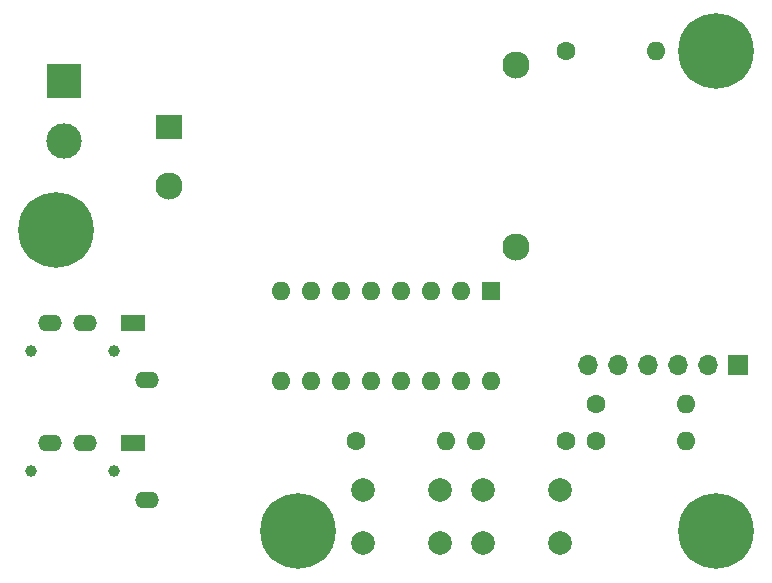
<source format=gbr>
%TF.GenerationSoftware,KiCad,Pcbnew,(6.0.10-0)*%
%TF.CreationDate,2023-01-20T21:59:02-08:00*%
%TF.ProjectId,mains-monitor,6d61696e-732d-46d6-9f6e-69746f722e6b,rev?*%
%TF.SameCoordinates,Original*%
%TF.FileFunction,Soldermask,Bot*%
%TF.FilePolarity,Negative*%
%FSLAX46Y46*%
G04 Gerber Fmt 4.6, Leading zero omitted, Abs format (unit mm)*
G04 Created by KiCad (PCBNEW (6.0.10-0)) date 2023-01-20 21:59:02*
%MOMM*%
%LPD*%
G01*
G04 APERTURE LIST*
%ADD10C,2.000000*%
%ADD11C,0.800000*%
%ADD12C,6.400000*%
%ADD13C,1.600000*%
%ADD14O,1.600000X1.600000*%
%ADD15R,1.700000X1.700000*%
%ADD16O,1.700000X1.700000*%
%ADD17C,1.000000*%
%ADD18O,2.000000X1.400000*%
%ADD19R,2.000000X1.400000*%
%ADD20R,3.000000X3.000000*%
%ADD21C,3.000000*%
%ADD22R,1.600000X1.600000*%
%ADD23R,2.300000X2.000000*%
%ADD24C,2.300000*%
G04 APERTURE END LIST*
D10*
%TO.C,SW1*%
X50090000Y-66330000D03*
X56590000Y-66330000D03*
X56590000Y-70830000D03*
X50090000Y-70830000D03*
%TD*%
D11*
%TO.C,H3*%
X78312944Y-71547056D03*
X80010000Y-72250000D03*
X80010000Y-67450000D03*
X81707056Y-68152944D03*
D12*
X80010000Y-69850000D03*
D11*
X77610000Y-69850000D03*
X78312944Y-68152944D03*
X81707056Y-71547056D03*
X82410000Y-69850000D03*
%TD*%
D13*
%TO.C,R11*%
X67310000Y-29210000D03*
D14*
X74930000Y-29210000D03*
%TD*%
D11*
%TO.C,H1*%
X22432944Y-42612944D03*
X25827056Y-42612944D03*
X21730000Y-44310000D03*
X26530000Y-44310000D03*
X25827056Y-46007056D03*
X22432944Y-46007056D03*
X24130000Y-41910000D03*
X24130000Y-46710000D03*
D12*
X24130000Y-44310000D03*
%TD*%
D15*
%TO.C,J5*%
X81890000Y-55805000D03*
D16*
X79350000Y-55805000D03*
X76810000Y-55805000D03*
X74270000Y-55805000D03*
X71730000Y-55805000D03*
X69190000Y-55805000D03*
%TD*%
D13*
%TO.C,R13*%
X69850000Y-59055000D03*
D14*
X77470000Y-59055000D03*
%TD*%
D17*
%TO.C,J3*%
X29000000Y-64770000D03*
X22000000Y-64770000D03*
D18*
X26600000Y-62370000D03*
X31800000Y-67170000D03*
X23600000Y-62370000D03*
D19*
X30600000Y-62370000D03*
%TD*%
D20*
%TO.C,J1*%
X24765000Y-31750000D03*
D21*
X24765000Y-36830000D03*
%TD*%
D13*
%TO.C,R9*%
X49530000Y-62230000D03*
D14*
X57150000Y-62230000D03*
%TD*%
D22*
%TO.C,U1*%
X60945000Y-49540000D03*
D14*
X58405000Y-49540000D03*
X55865000Y-49540000D03*
X53325000Y-49540000D03*
X50785000Y-49540000D03*
X48245000Y-49540000D03*
X45705000Y-49540000D03*
X43165000Y-49540000D03*
X43165000Y-57160000D03*
X45705000Y-57160000D03*
X48245000Y-57160000D03*
X50785000Y-57160000D03*
X53325000Y-57160000D03*
X55865000Y-57160000D03*
X58405000Y-57160000D03*
X60945000Y-57160000D03*
%TD*%
D17*
%TO.C,J4*%
X29000000Y-54610000D03*
X22000000Y-54610000D03*
D18*
X26600000Y-52210000D03*
X23600000Y-52210000D03*
X31800000Y-57010000D03*
D19*
X30600000Y-52210000D03*
%TD*%
D13*
%TO.C,R10*%
X67310000Y-62230000D03*
D14*
X59690000Y-62230000D03*
%TD*%
D13*
%TO.C,R12*%
X69850000Y-62230000D03*
D14*
X77470000Y-62230000D03*
%TD*%
D10*
%TO.C,SW2*%
X66750000Y-66330000D03*
X60250000Y-66330000D03*
X66750000Y-70830000D03*
X60250000Y-70830000D03*
%TD*%
D11*
%TO.C,H2*%
X42892944Y-68152944D03*
X44590000Y-67450000D03*
X44590000Y-72250000D03*
X46287056Y-71547056D03*
X46287056Y-68152944D03*
X42892944Y-71547056D03*
D12*
X44590000Y-69850000D03*
D11*
X42190000Y-69850000D03*
X46990000Y-69850000D03*
%TD*%
D23*
%TO.C,PS1*%
X33697500Y-35600000D03*
D24*
X33697500Y-40600000D03*
X63097500Y-30400000D03*
X63097500Y-45800000D03*
%TD*%
D11*
%TO.C,H4*%
X78312944Y-30907056D03*
X78312944Y-27512944D03*
X80010000Y-31610000D03*
D12*
X80010000Y-29210000D03*
D11*
X81707056Y-30907056D03*
X81707056Y-27512944D03*
X80010000Y-26810000D03*
X82410000Y-29210000D03*
X77610000Y-29210000D03*
%TD*%
M02*

</source>
